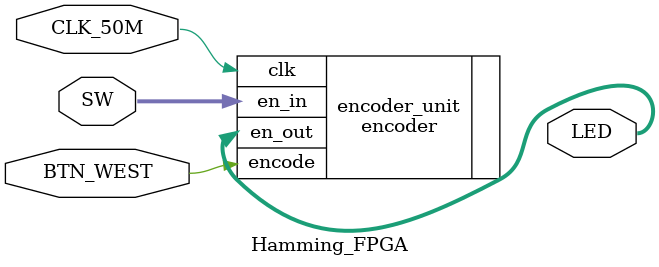
<source format=v>
module Hamming_FPGA

(
input wire CLK_50M, BTN_WEST,
//input wire  BTN,
input wire [3:0] SW,
output wire [6:0] LED
);
//wire  db_btn;
/* debounce circuit for btn[0]:east:read
debounce_explicit btn_db_unit0
(.clk(CLK_50M), .reset(BTN_SOUTH), .sw(BTN),
.db_level(), .db_tick(db_btn));
debounce circuit for btn[1]:west:write
debounce_explicit btn_db_unit1
(.clk(CLK_50M), .reset(BTN_SOUTH), .sw(BTN[1]),
.db_level(), .db_tick(db_btn[1]));*/


// instantiate a 2^2-by-4 fifo
encoder encoder_unit
(.clk(CLK_50M), .encode(BTN_WEST),
 .en_in(SW),
.en_out(LED[6:0]));


endmodule
</source>
